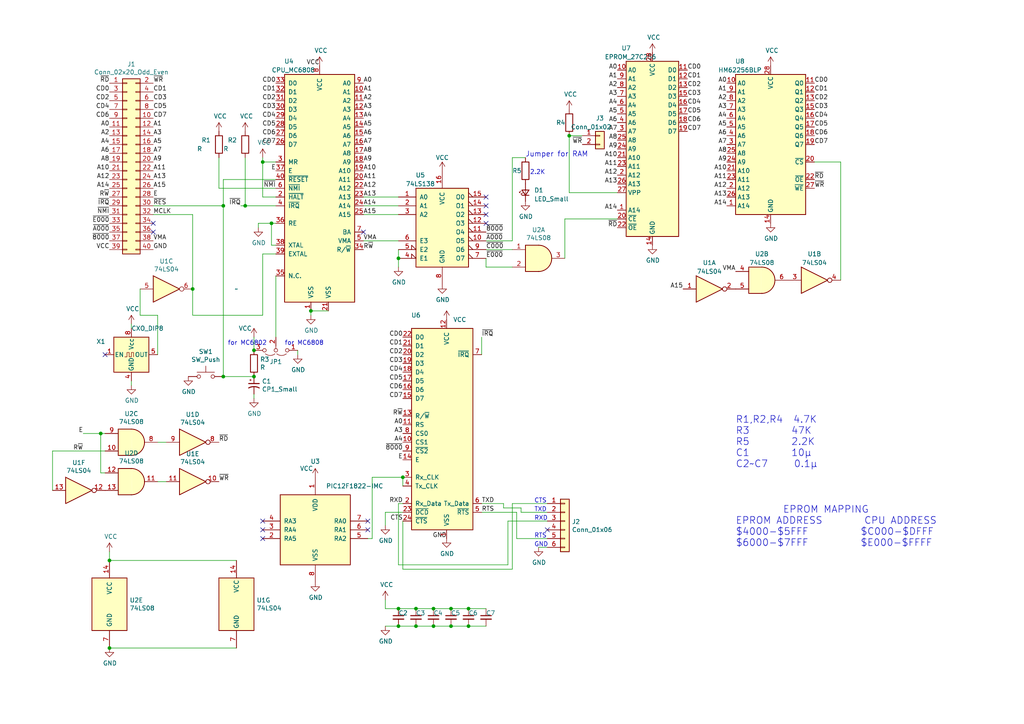
<source format=kicad_sch>
(kicad_sch (version 20230121) (generator eeschema)
  (paper "A4")
  (title_block (title "SBC6808 Rev5") (date "2023-05-21") (rev "REV5") (comment 1 "SBC6808 Rev5"))
  (lib_symbols
    (symbol "74xx:74LS04"
      (property "Reference" "U" (at 0 1.27 0))
      (property "Value" "74LS04" (at 0 -1.27 0))
      (symbol "74LS04_1_0"
        (pin input line (at -7.62 0 0) (length 3.81) (name "~") (number "1"))
        (pin output inverted (at 7.62 0 180) (length 3.81) (name "~") (number "2"))
      )
      (symbol "74LS04_2_0"
        (pin input line (at -7.62 0 0) (length 3.81) (name "~") (number "3"))
        (pin output inverted (at 7.62 0 180) (length 3.81) (name "~") (number "4"))
      )
      (symbol "74LS04_3_0"
        (pin input line (at -7.62 0 0) (length 3.81) (name "~") (number "5"))
        (pin output inverted (at 7.62 0 180) (length 3.81) (name "~") (number "6"))
      )
      (symbol "74LS04_4_0"
        (pin output inverted (at 7.62 0 180) (length 3.81) (name "~") (number "8"))
        (pin input line (at -7.62 0 0) (length 3.81) (name "~") (number "9"))
      )
      (symbol "74LS04_5_0"
        (pin output inverted (at 7.62 0 180) (length 3.81) (name "~") (number "10"))
        (pin input line (at -7.62 0 0) (length 3.81) (name "~") (number "11"))
      )
      (symbol "74LS04_6_0"
        (pin output inverted (at 7.62 0 180) (length 3.81) (name "~") (number "12"))
        (pin input line (at -7.62 0 0) (length 3.81) (name "~") (number "13"))
      )
      (symbol "74LS04_7_0"
        (pin power_in line (at 0 12.7 270) (length 5.08) (name "VCC") (number "14"))
        (pin power_in line (at 0 -12.7 90) (length 5.08) (name "GND") (number "7"))
      )
    )
    (symbol "74xx:74LS08" (pin_names (offset 1.016))
      (property "Reference" "U" (at 0 1.27 0))
      (property "Value" "74LS08" (at 0 -1.27 0))
      (symbol "74LS08_1_1"
        (pin input line (at -7.62 2.54 0) (length 3.81) (name "~") (number "1"))
        (pin input line (at -7.62 -2.54 0) (length 3.81) (name "~") (number "2"))
        (pin output line (at 7.62 0 180) (length 3.81) (name "~") (number "3"))
      )
      (symbol "74LS08_1_2"
        (pin input inverted (at -7.62 2.54 0) (length 4.318) (name "~") (number "1"))
        (pin input inverted (at -7.62 -2.54 0) (length 4.318) (name "~") (number "2"))
        (pin output inverted (at 7.62 0 180) (length 3.81) (name "~") (number "3"))
      )
      (symbol "74LS08_2_1"
        (pin input line (at -7.62 2.54 0) (length 3.81) (name "~") (number "4"))
        (pin input line (at -7.62 -2.54 0) (length 3.81) (name "~") (number "5"))
        (pin output line (at 7.62 0 180) (length 3.81) (name "~") (number "6"))
      )
      (symbol "74LS08_2_2"
        (pin input inverted (at -7.62 2.54 0) (length 4.318) (name "~") (number "4"))
        (pin input inverted (at -7.62 -2.54 0) (length 4.318) (name "~") (number "5"))
        (pin output inverted (at 7.62 0 180) (length 3.81) (name "~") (number "6"))
      )
      (symbol "74LS08_3_1"
        (pin input line (at -7.62 -2.54 0) (length 3.81) (name "~") (number "10"))
        (pin output line (at 7.62 0 180) (length 3.81) (name "~") (number "8"))
        (pin input line (at -7.62 2.54 0) (length 3.81) (name "~") (number "9"))
      )
      (symbol "74LS08_3_2"
        (pin input inverted (at -7.62 -2.54 0) (length 4.318) (name "~") (number "10"))
        (pin output inverted (at 7.62 0 180) (length 3.81) (name "~") (number "8"))
        (pin input inverted (at -7.62 2.54 0) (length 4.318) (name "~") (number "9"))
      )
      (symbol "74LS08_4_1"
        (pin output line (at 7.62 0 180) (length 3.81) (name "~") (number "11"))
        (pin input line (at -7.62 2.54 0) (length 3.81) (name "~") (number "12"))
        (pin input line (at -7.62 -2.54 0) (length 3.81) (name "~") (number "13"))
      )
      (symbol "74LS08_4_2"
        (pin output inverted (at 7.62 0 180) (length 3.81) (name "~") (number "11"))
        (pin input inverted (at -7.62 2.54 0) (length 4.318) (name "~") (number "12"))
        (pin input inverted (at -7.62 -2.54 0) (length 4.318) (name "~") (number "13"))
      )
      (symbol "74LS08_5_0"
        (pin power_in line (at 0 12.7 270) (length 5.08) (name "VCC") (number "14"))
        (pin power_in line (at 0 -12.7 90) (length 5.08) (name "GND") (number "7"))
      )
    )
    (symbol "74xx:74LS138" (pin_names (offset 1.016))
      (property "Reference" "U" (at -7.62 11.43 0))
      (property "Value" "74LS138" (at -7.62 -13.97 0))
      (symbol "74LS138_1_0"
        (pin input line (at -12.7 7.62 0) (length 5.08) (name "A0") (number "1"))
        (pin output output_low (at 12.7 -5.08 180) (length 5.08) (name "O5") (number "10"))
        (pin output output_low (at 12.7 -2.54 180) (length 5.08) (name "O4") (number "11"))
        (pin output output_low (at 12.7 0 180) (length 5.08) (name "O3") (number "12"))
        (pin output output_low (at 12.7 2.54 180) (length 5.08) (name "O2") (number "13"))
        (pin output output_low (at 12.7 5.08 180) (length 5.08) (name "O1") (number "14"))
        (pin output output_low (at 12.7 7.62 180) (length 5.08) (name "O0") (number "15"))
        (pin power_in line (at 0 15.24 270) (length 5.08) (name "VCC") (number "16"))
        (pin input line (at -12.7 5.08 0) (length 5.08) (name "A1") (number "2"))
        (pin input line (at -12.7 2.54 0) (length 5.08) (name "A2") (number "3"))
        (pin input input_low (at -12.7 -10.16 0) (length 5.08) (name "E1") (number "4"))
        (pin input input_low (at -12.7 -7.62 0) (length 5.08) (name "E2") (number "5"))
        (pin input line (at -12.7 -5.08 0) (length 5.08) (name "E3") (number "6"))
        (pin output output_low (at 12.7 -10.16 180) (length 5.08) (name "O7") (number "7"))
        (pin power_in line (at 0 -17.78 90) (length 5.08) (name "GND") (number "8"))
        (pin output output_low (at 12.7 -7.62 180) (length 5.08) (name "O6") (number "9"))
      )
    )
    (symbol "Connector_Generic:Conn_01x02" (pin_names (offset 1.016) hide)
      (property "Reference" "J" (at 0 2.54 0))
      (property "Value" "Conn_01x02" (at 0 -5.08 0))
      (symbol "Conn_01x02_1_1"
        (pin passive line (at -5.08 0 0) (length 3.81) (name "Pin_1") (number "1"))
        (pin passive line (at -5.08 -2.54 0) (length 3.81) (name "Pin_2") (number "2"))
      )
    )
    (symbol "Connector_Generic:Conn_01x06" (pin_names (offset 1.016) hide)
      (property "Reference" "J" (at 0 7.62 0))
      (property "Value" "Conn_01x06" (at 0 -10.16 0))
      (symbol "Conn_01x06_1_1"
        (pin passive line (at -5.08 5.08 0) (length 3.81) (name "Pin_1") (number "1"))
        (pin passive line (at -5.08 2.54 0) (length 3.81) (name "Pin_2") (number "2"))
        (pin passive line (at -5.08 0 0) (length 3.81) (name "Pin_3") (number "3"))
        (pin passive line (at -5.08 -2.54 0) (length 3.81) (name "Pin_4") (number "4"))
        (pin passive line (at -5.08 -5.08 0) (length 3.81) (name "Pin_5") (number "5"))
        (pin passive line (at -5.08 -7.62 0) (length 3.81) (name "Pin_6") (number "6"))
      )
    )
    (symbol "Connector_Generic:Conn_02x20_Odd_Even" (pin_names (offset 1.016) hide)
      (property "Reference" "J" (at 1.27 25.4 0))
      (property "Value" "Conn_02x20_Odd_Even" (at 1.27 -27.94 0))
      (symbol "Conn_02x20_Odd_Even_1_1"
        (pin passive line (at -5.08 22.86 0) (length 3.81) (name "Pin_1") (number "1"))
        (pin passive line (at 7.62 12.7 180) (length 3.81) (name "Pin_10") (number "10"))
        (pin passive line (at -5.08 10.16 0) (length 3.81) (name "Pin_11") (number "11"))
        (pin passive line (at 7.62 10.16 180) (length 3.81) (name "Pin_12") (number "12"))
        (pin passive line (at -5.08 7.62 0) (length 3.81) (name "Pin_13") (number "13"))
        (pin passive line (at 7.62 7.62 180) (length 3.81) (name "Pin_14") (number "14"))
        (pin passive line (at -5.08 5.08 0) (length 3.81) (name "Pin_15") (number "15"))
        (pin passive line (at 7.62 5.08 180) (length 3.81) (name "Pin_16") (number "16"))
        (pin passive line (at -5.08 2.54 0) (length 3.81) (name "Pin_17") (number "17"))
        (pin passive line (at 7.62 2.54 180) (length 3.81) (name "Pin_18") (number "18"))
        (pin passive line (at -5.08 0 0) (length 3.81) (name "Pin_19") (number "19"))
        (pin passive line (at 7.62 22.86 180) (length 3.81) (name "Pin_2") (number "2"))
        (pin passive line (at 7.62 0 180) (length 3.81) (name "Pin_20") (number "20"))
        (pin passive line (at -5.08 -2.54 0) (length 3.81) (name "Pin_21") (number "21"))
        (pin passive line (at 7.62 -2.54 180) (length 3.81) (name "Pin_22") (number "22"))
        (pin passive line (at -5.08 -5.08 0) (length 3.81) (name "Pin_23") (number "23"))
        (pin passive line (at 7.62 -5.08 180) (length 3.81) (name "Pin_24") (number "24"))
        (pin passive line (at -5.08 -7.62 0) (length 3.81) (name "Pin_25") (number "25"))
        (pin passive line (at 7.62 -7.62 180) (length 3.81) (name "Pin_26") (number "26"))
        (pin passive line (at -5.08 -10.16 0) (length 3.81) (name "Pin_27") (number "27"))
        (pin passive line (at 7.62 -10.16 180) (length 3.81) (name "Pin_28") (number "28"))
        (pin passive line (at -5.08 -12.7 0) (length 3.81) (name "Pin_29") (number "29"))
        (pin passive line (at -5.08 20.32 0) (length 3.81) (name "Pin_3") (number "3"))
        (pin passive line (at 7.62 -12.7 180) (length 3.81) (name "Pin_30") (number "30"))
        (pin passive line (at -5.08 -15.24 0) (length 3.81) (name "Pin_31") (number "31"))
        (pin passive line (at 7.62 -15.24 180) (length 3.81) (name "Pin_32") (number "32"))
        (pin passive line (at -5.08 -17.78 0) (length 3.81) (name "Pin_33") (number "33"))
        (pin passive line (at 7.62 -17.78 180) (length 3.81) (name "Pin_34") (number "34"))
        (pin passive line (at -5.08 -20.32 0) (length 3.81) (name "Pin_35") (number "35"))
        (pin passive line (at 7.62 -20.32 180) (length 3.81) (name "Pin_36") (number "36"))
        (pin passive line (at -5.08 -22.86 0) (length 3.81) (name "Pin_37") (number "37"))
        (pin passive line (at 7.62 -22.86 180) (length 3.81) (name "Pin_38") (number "38"))
        (pin passive line (at -5.08 -25.4 0) (length 3.81) (name "Pin_39") (number "39"))
        (pin passive line (at 7.62 20.32 180) (length 3.81) (name "Pin_4") (number "4"))
        (pin passive line (at 7.62 -25.4 180) (length 3.81) (name "Pin_40") (number "40"))
        (pin passive line (at -5.08 17.78 0) (length 3.81) (name "Pin_5") (number "5"))
        (pin passive line (at 7.62 17.78 180) (length 3.81) (name "Pin_6") (number "6"))
        (pin passive line (at -5.08 15.24 0) (length 3.81) (name "Pin_7") (number "7"))
        (pin passive line (at 7.62 15.24 180) (length 3.81) (name "Pin_8") (number "8"))
        (pin passive line (at -5.08 12.7 0) (length 3.81) (name "Pin_9") (number "9"))
      )
    )
    (symbol "Device:LED_Small" (pin_numbers hide) (pin_names (offset 0.254) hide)
      (property "Reference" "D" (at -1.27 3.175 0))
      (property "Value" "LED_Small" (at -4.445 -2.54 0))
      (symbol "LED_Small_1_1"
        (pin passive line (at -2.54 0 0) (length 1.778) (name "K") (number "1"))
        (pin passive line (at 2.54 0 180) (length 1.778) (name "A") (number "2"))
      )
    )
    (symbol "Device:R" (pin_numbers hide) (pin_names (offset 0))
      (property "Reference" "R" (at 2.032 0 90))
      (property "Value" "R" (at 0 0 90))
      (symbol "R_1_1"
        (pin passive line (at 0 3.81 270) (length 1.27) (name "~") (number "1"))
        (pin passive line (at 0 -3.81 90) (length 1.27) (name "~") (number "2"))
      )
    )
    (symbol "MCU_Microchip_PIC12:PIC12F1822-IMC" (pin_names (offset 1.016))
      (property "Reference" "U" (at 1.27 13.97 0))
      (property "Value" "PIC12F1822-IMC" (at 1.27 11.43 0))
      (symbol "PIC12F1822-IMC_1_1"
        (pin power_in line (at 0 15.24 270) (length 5.08) (name "VDD") (number "1"))
        (pin bidirectional line (at 15.24 -2.54 180) (length 5.08) (name "RA5") (number "2"))
        (pin bidirectional line (at 15.24 0 180) (length 5.08) (name "RA4") (number "3"))
        (pin input line (at 15.24 2.54 180) (length 5.08) (name "RA3") (number "4"))
        (pin bidirectional line (at -15.24 -2.54 0) (length 5.08) (name "RA2") (number "5"))
        (pin bidirectional line (at -15.24 0 0) (length 5.08) (name "RA1") (number "6"))
        (pin bidirectional line (at -15.24 2.54 0) (length 5.08) (name "RA0") (number "7"))
        (pin power_in line (at 0 -15.24 90) (length 5.08) (name "VSS") (number "8"))
      )
    )
    (symbol "Memory_RAM:HM62256BLP"
      (property "Reference" "U" (at -10.16 20.955 0))
      (property "Value" "HM62256BLP" (at 2.54 20.955 0))
      (symbol "HM62256BLP_0_0"
        (pin power_in line (at 0 -22.86 90) (length 2.54) (name "GND") (number "14"))
        (pin power_in line (at 0 22.86 270) (length 2.54) (name "VCC") (number "28"))
      )
      (symbol "HM62256BLP_1_1"
        (pin input line (at -12.7 -17.78 0) (length 2.54) (name "A14") (number "1"))
        (pin input line (at -12.7 17.78 0) (length 2.54) (name "A0") (number "10"))
        (pin tri_state line (at 12.7 17.78 180) (length 2.54) (name "Q0") (number "11"))
        (pin tri_state line (at 12.7 15.24 180) (length 2.54) (name "Q1") (number "12"))
        (pin tri_state line (at 12.7 12.7 180) (length 2.54) (name "Q2") (number "13"))
        (pin tri_state line (at 12.7 10.16 180) (length 2.54) (name "Q3") (number "15"))
        (pin tri_state line (at 12.7 7.62 180) (length 2.54) (name "Q4") (number "16"))
        (pin tri_state line (at 12.7 5.08 180) (length 2.54) (name "Q5") (number "17"))
        (pin tri_state line (at 12.7 2.54 180) (length 2.54) (name "Q6") (number "18"))
        (pin tri_state line (at 12.7 0 180) (length 2.54) (name "Q7") (number "19"))
        (pin input line (at -12.7 -12.7 0) (length 2.54) (name "A12") (number "2"))
        (pin input line (at 12.7 -5.08 180) (length 2.54) (name "~{CS}") (number "20"))
        (pin input line (at -12.7 -7.62 0) (length 2.54) (name "A10") (number "21"))
        (pin input line (at 12.7 -10.16 180) (length 2.54) (name "~{OE}") (number "22"))
        (pin input line (at -12.7 -10.16 0) (length 2.54) (name "A11") (number "23"))
        (pin input line (at -12.7 -5.08 0) (length 2.54) (name "A9") (number "24"))
        (pin input line (at -12.7 -2.54 0) (length 2.54) (name "A8") (number "25"))
        (pin input line (at -12.7 -15.24 0) (length 2.54) (name "A13") (number "26"))
        (pin input line (at 12.7 -12.7 180) (length 2.54) (name "~{WE}") (number "27"))
        (pin input line (at -12.7 0 0) (length 2.54) (name "A7") (number "3"))
        (pin input line (at -12.7 2.54 0) (length 2.54) (name "A6") (number "4"))
        (pin input line (at -12.7 5.08 0) (length 2.54) (name "A5") (number "5"))
        (pin input line (at -12.7 7.62 0) (length 2.54) (name "A4") (number "6"))
        (pin input line (at -12.7 10.16 0) (length 2.54) (name "A3") (number "7"))
        (pin input line (at -12.7 12.7 0) (length 2.54) (name "A2") (number "8"))
        (pin input line (at -12.7 15.24 0) (length 2.54) (name "A1") (number "9"))
      )
    )
    (symbol "Oscillator:CXO_DIP8" (pin_names (offset 0.254))
      (property "Reference" "X" (at -5.08 6.35 0))
      (property "Value" "CXO_DIP8" (at 1.27 -6.35 0))
      (symbol "CXO_DIP8_1_1"
        (pin input line (at -7.62 0 0) (length 2.54) (name "EN") (number "1"))
        (pin power_in line (at 0 -7.62 90) (length 2.54) (name "GND") (number "4"))
        (pin output line (at 7.62 0 180) (length 2.54) (name "OUT") (number "5"))
        (pin power_in line (at 0 7.62 270) (length 2.54) (name "Vcc") (number "8"))
      )
    )
    (symbol "SBC6808_Rev5-rescue:27C256-Memory_EPROM"
      (property "Reference" "U" (at -7.62 26.67 0))
      (property "Value" "Memory_EPROM_27C256" (at 2.54 -26.67 0))
      (symbol "27C256-Memory_EPROM_1_1"
        (pin input line (at -10.16 -17.78 0) (length 2.54) (name "A14") (number "1"))
        (pin input line (at -10.16 22.86 0) (length 2.54) (name "A0") (number "10"))
        (pin tri_state line (at 10.16 22.86 180) (length 2.54) (name "D0") (number "11"))
        (pin tri_state line (at 10.16 20.32 180) (length 2.54) (name "D1") (number "12"))
        (pin tri_state line (at 10.16 17.78 180) (length 2.54) (name "D2") (number "13"))
        (pin power_in line (at 0 -27.94 90) (length 2.54) (name "GND") (number "14"))
        (pin tri_state line (at 10.16 15.24 180) (length 2.54) (name "D3") (number "15"))
        (pin tri_state line (at 10.16 12.7 180) (length 2.54) (name "D4") (number "16"))
        (pin tri_state line (at 10.16 10.16 180) (length 2.54) (name "D5") (number "17"))
        (pin tri_state line (at 10.16 7.62 180) (length 2.54) (name "D6") (number "18"))
        (pin tri_state line (at 10.16 5.08 180) (length 2.54) (name "D7") (number "19"))
        (pin input line (at -10.16 -7.62 0) (length 2.54) (name "A12") (number "2"))
        (pin input line (at -10.16 -20.32 0) (length 2.54) (name "~{CE}") (number "20"))
        (pin input line (at -10.16 -2.54 0) (length 2.54) (name "A10") (number "21"))
        (pin input line (at -10.16 -22.86 0) (length 2.54) (name "~{OE}") (number "22"))
        (pin input line (at -10.16 -5.08 0) (length 2.54) (name "A11") (number "23"))
        (pin input line (at -10.16 0 0) (length 2.54) (name "A9") (number "24"))
        (pin input line (at -10.16 2.54 0) (length 2.54) (name "A8") (number "25"))
        (pin input line (at -10.16 -10.16 0) (length 2.54) (name "A13") (number "26"))
        (pin input line (at -10.16 -12.7 0) (length 2.54) (name "VPP") (number "27"))
        (pin power_in line (at 0 27.94 270) (length 2.54) (name "VCC") (number "28"))
        (pin input line (at -10.16 5.08 0) (length 2.54) (name "A7") (number "3"))
        (pin input line (at -10.16 7.62 0) (length 2.54) (name "A6") (number "4"))
        (pin input line (at -10.16 10.16 0) (length 2.54) (name "A5") (number "5"))
        (pin input line (at -10.16 12.7 0) (length 2.54) (name "A4") (number "6"))
        (pin input line (at -10.16 15.24 0) (length 2.54) (name "A3") (number "7"))
        (pin input line (at -10.16 17.78 0) (length 2.54) (name "A2") (number "8"))
        (pin input line (at -10.16 20.32 0) (length 2.54) (name "A1") (number "9"))
      )
    )
    (symbol "SBC6808_Rev5-rescue:CP1_Small-Device" (pin_numbers hide) (pin_names (offset 0.254) hide)
      (property "Reference" "C" (at 0.254 1.778 0))
      (property "Value" "Device_CP1_Small" (at 0.254 -2.032 0))
      (symbol "CP1_Small-Device_1_1"
        (pin passive line (at 0 2.54 270) (length 2.032) (name "~") (number "1"))
        (pin passive line (at 0 -2.54 90) (length 2.032) (name "~") (number "2"))
      )
    )
    (symbol "SBC6808_Rev5-rescue:C_Small-My_Device" (pin_numbers hide) (pin_names (offset 0.254) hide)
      (property "Reference" "C" (at 0.254 1.778 0))
      (property "Value" "My_Device_C_Small" (at 0.254 -2.032 0))
      (symbol "C_Small-My_Device_1_1"
        (pin passive line (at 0 2.54 270) (length 2.032) (name "~") (number "1"))
        (pin passive line (at 0 -2.54 90) (length 2.032) (name "~") (number "2"))
      )
    )
    (symbol "SBC6808_Rev5-rescue:Jumper_3_Open-Jumper" (pin_names (offset 0) hide)
      (property "Reference" "JP" (at -2.54 -2.54 0))
      (property "Value" "Jumper_Jumper_3_Open" (at 0 2.794 0))
      (symbol "Jumper_3_Open-Jumper_1_1"
        (pin passive line (at -6.35 0 0) (length 2.54) (name "A") (number "1"))
        (pin input line (at 0 -3.81 90) (length 2.54) (name "C") (number "2"))
        (pin passive line (at 6.35 0 180) (length 2.54) (name "B") (number "3"))
      )
    )
    (symbol "SBC6808_Rev5-rescue:MC6808-CPU_NXP_6800" (pin_names (offset 1.016))
      (property "Reference" "U" (at -8.89 34.29 0))
      (property "Value" "CPU_NXP_6800_MC6808" (at 10.16 34.29 0))
      (symbol "MC6808-CPU_NXP_6800_1_1"
        (pin power_in line (at -2.54 -35.56 90) (length 2.54) (name "VSS") (number "1"))
        (pin output line (at 12.7 27.94 180) (length 2.54) (name "A1") (number "10"))
        (pin output line (at 12.7 25.4 180) (length 2.54) (name "A2") (number "11"))
        (pin output line (at 12.7 22.86 180) (length 2.54) (name "A3") (number "12"))
        (pin output line (at 12.7 20.32 180) (length 2.54) (name "A4") (number "13"))
        (pin output line (at 12.7 17.78 180) (length 2.54) (name "A5") (number "14"))
        (pin output line (at 12.7 15.24 180) (length 2.54) (name "A6") (number "15"))
        (pin output line (at 12.7 12.7 180) (length 2.54) (name "A7") (number "16"))
        (pin output line (at 12.7 10.16 180) (length 2.54) (name "A8") (number "17"))
        (pin output line (at 12.7 7.62 180) (length 2.54) (name "A9") (number "18"))
        (pin output line (at 12.7 5.08 180) (length 2.54) (name "A10") (number "19"))
        (pin input line (at -12.7 -2.54 0) (length 2.54) (name "~{HALT}") (number "2"))
        (pin output line (at 12.7 2.54 180) (length 2.54) (name "A11") (number "20"))
        (pin power_in line (at 2.54 -35.56 90) (length 2.54) (name "VSS") (number "21"))
        (pin output line (at 12.7 0 180) (length 2.54) (name "A12") (number "22"))
        (pin output line (at 12.7 -2.54 180) (length 2.54) (name "A13") (number "23"))
        (pin output line (at 12.7 -5.08 180) (length 2.54) (name "A14") (number "24"))
        (pin output line (at 12.7 -7.62 180) (length 2.54) (name "A15") (number "25"))
        (pin bidirectional line (at -12.7 12.7 0) (length 2.54) (name "D7") (number "26"))
        (pin bidirectional line (at -12.7 15.24 0) (length 2.54) (name "D6") (number "27"))
        (pin bidirectional line (at -12.7 17.78 0) (length 2.54) (name "D5") (number "28"))
        (pin bidirectional line (at -12.7 20.32 0) (length 2.54) (name "D4") (number "29"))
        (pin input line (at -12.7 7.62 0) (length 2.54) (name "MR") (number "3"))
        (pin bidirectional line (at -12.7 22.86 0) (length 2.54) (name "D3") (number "30"))
        (pin bidirectional line (at -12.7 25.4 0) (length 2.54) (name "D2") (number "31"))
        (pin bidirectional line (at -12.7 27.94 0) (length 2.54) (name "D1") (number "32"))
        (pin bidirectional line (at -12.7 30.48 0) (length 2.54) (name "D0") (number "33"))
        (pin output line (at 12.7 -17.78 180) (length 2.54) (name "R/~{W}") (number "34"))
        (pin input line (at -12.7 -25.4 0) (length 2.54) (name "N.C.") (number "35"))
        (pin input line (at -12.7 -10.16 0) (length 2.54) (name "RE") (number "36"))
        (pin input line (at -12.7 5.08 0) (length 2.54) (name "E") (number "37"))
        (pin input line (at -12.7 -16.51 0) (length 2.54) (name "XTAL") (number "38"))
        (pin input line (at -12.7 -19.05 0) (length 2.54) (name "EXTAL") (number "39"))
        (pin input line (at -12.7 -5.08 0) (length 2.54) (name "~{IRQ}") (number "4"))
        (pin input line (at -12.7 2.54 0) (length 2.54) (name "~{RESET}") (number "40"))
        (pin output line (at 12.7 -15.24 180) (length 2.54) (name "VMA") (number "5"))
        (pin input line (at -12.7 0 0) (length 2.54) (name "~{NMI}") (number "6"))
        (pin output line (at 12.7 -12.7 180) (length 2.54) (name "BA") (number "7"))
        (pin power_in line (at 0 35.56 270) (length 2.54) (name "VCC") (number "8"))
        (pin output line (at 12.7 30.48 180) (length 2.54) (name "A0") (number "9"))
      )
    )
    (symbol "SBC6808_Rev5-rescue:MC6850-Interface_UART-SBC6808-rescue-SBC6808_Rev1-rescue-SBC6808_Rev2-rescue-SBC6808_Rev3-rescue" (pin_names (offset 1.016))
      (property "Reference" "U" (at -7.366 31.75 0))
      (property "Value" "SBC6808_Rev3-rescue_MC6850-Interface_UART-SBC6808-rescue-SBC6808_Rev1-rescue-SBC6808_Rev2-rescue" (at 10.414 31.75 0))
      (symbol "MC6850-Interface_UART-SBC6808-rescue-SBC6808_Rev1-rescue-SBC6808_Rev2-rescue-SBC6808_Rev3-rescue_1_1"
        (pin power_in line (at 0 -30.48 90) (length 2.54) (name "VSS") (number "1"))
        (pin input line (at -12.7 -2.54 0) (length 2.54) (name "CS1") (number "10"))
        (pin input line (at -12.7 2.54 0) (length 2.54) (name "RS") (number "11"))
        (pin power_in line (at 0 33.02 270) (length 2.54) (name "VCC") (number "12"))
        (pin input line (at -12.7 5.08 0) (length 2.54) (name "R/~{W}") (number "13"))
        (pin input line (at -12.7 -7.62 0) (length 2.54) (name "E") (number "14"))
        (pin bidirectional line (at -12.7 10.16 0) (length 2.54) (name "D7") (number "15"))
        (pin bidirectional line (at -12.7 12.7 0) (length 2.54) (name "D6") (number "16"))
        (pin bidirectional line (at -12.7 15.24 0) (length 2.54) (name "D5") (number "17"))
        (pin bidirectional line (at -12.7 17.78 0) (length 2.54) (name "D4") (number "18"))
        (pin bidirectional line (at -12.7 20.32 0) (length 2.54) (name "D3") (number "19"))
        (pin input line (at -12.7 -20.32 0) (length 2.54) (name "Rx_Data") (number "2"))
        (pin bidirectional line (at -12.7 22.86 0) (length 2.54) (name "D2") (number "20"))
        (pin bidirectional line (at -12.7 25.4 0) (length 2.54) (name "D1") (number "21"))
        (pin bidirectional line (at -12.7 27.94 0) (length 2.54) (name "D0") (number "22"))
        (pin input line (at -12.7 -22.86 0) (length 2.54) (name "~{DCD}") (number "23"))
        (pin input line (at -12.7 -25.4 0) (length 2.54) (name "~{CTS}") (number "24"))
        (pin input line (at -12.7 -12.7 0) (length 2.54) (name "Rx_CLK") (number "3"))
        (pin input line (at -12.7 -15.24 0) (length 2.54) (name "Tx_CLK") (number "4"))
        (pin output line (at 10.16 -22.86 180) (length 2.54) (name "~{RTS}") (number "5"))
        (pin output line (at 10.16 -20.32 180) (length 2.54) (name "Tx_Data") (number "6"))
        (pin output line (at 10.16 22.86 180) (length 2.54) (name "~{IRQ}") (number "7"))
        (pin input line (at -12.7 0 0) (length 2.54) (name "CS0") (number "8"))
        (pin input line (at -12.7 -5.08 0) (length 2.54) (name "~{CS2}") (number "9"))
      )
    )
    (symbol "Switch:SW_Push" (pin_numbers hide) (pin_names (offset 1.016) hide)
      (property "Reference" "SW" (at 1.27 2.54 0))
      (property "Value" "SW_Push" (at 0 -1.524 0))
      (symbol "SW_Push_0_1"
        (pin passive line (at -5.08 0 0) (length 2.54) (name "1") (number "1"))
        (pin passive line (at 5.08 0 180) (length 2.54) (name "2") (number "2"))
      )
    )
    (symbol "power:GND" (power) (pin_names (offset 0))
      (property "Value" "GND" (at 0 -3.81 0))
      (symbol "GND_1_1"
        (pin power_in line (at 0 0 270) (length 0) hide (name "GND") (number "1"))
      )
    )
    (symbol "power:VCC" (power) (pin_names (offset 0))
      (property "Value" "VCC" (at 0 3.81 0))
      (symbol "VCC_1_1"
        (pin power_in line (at 0 0 90) (length 0) hide (name "VCC") (number "1"))
      )
    )
  )
  (junction (at 135.89 181.61))
  (junction (at 64.77 59.69))
  (junction (at 125.73 181.61))
  (junction (at 165.1 39.37))
  (junction (at 31.75 187.96))
  (junction (at 78.74 64.77))
  (junction (at 73.66 101.6))
  (junction (at 55.88 83.82))
  (junction (at 73.66 109.22))
  (junction (at 130.81 176.53))
  (junction (at 90.17 90.17))
  (junction (at 135.89 176.53))
  (junction (at 115.57 181.61))
  (junction (at 29.21 125.73))
  (junction (at 125.73 176.53))
  (junction (at 64.77 109.22))
  (junction (at 115.57 176.53))
  (junction (at 120.65 181.61))
  (junction (at 116.84 138.43))
  (junction (at 31.75 162.56))
  (junction (at 76.2 46.99))
  (junction (at 115.57 74.93))
  (junction (at 130.81 181.61))
  (junction (at 71.12 59.69))
  (junction (at 120.65 176.53))
  (no_connect (at 140.97 57.15))
  (no_connect (at 140.97 62.23))
  (no_connect (at 44.45 64.77))
  (no_connect (at 44.45 67.31))
  (no_connect (at 140.97 64.77))
  (no_connect (at 140.97 59.69))
  (no_connect (at 106.68 153.67))
  (no_connect (at 30.48 102.87))
  (no_connect (at 76.2 151.13))
  (no_connect (at 106.68 151.13))
  (no_connect (at 158.75 153.67))
  (no_connect (at 76.2 156.21))
  (no_connect (at 105.41 67.31))
  (no_connect (at 76.2 153.67))
  (wire (pts (xy 151.13 148.59) (xy 158.75 148.59)))
  (wire (pts (xy 80.01 54.61) (xy 63.5 54.61)))
  (wire (pts (xy 15.24 130.81) (xy 30.48 130.81)))
  (wire (pts (xy 163.83 63.5) (xy 179.07 63.5)))
  (wire (pts (xy 55.88 83.82) (xy 55.88 91.44)))
  (wire (pts (xy 31.75 162.56) (xy 68.58 162.56)))
  (wire (pts (xy 74.93 64.77) (xy 78.74 64.77)))
  (wire (pts (xy 64.77 109.22) (xy 73.66 109.22)))
  (wire (pts (xy 236.22 46.99) (xy 243.84 46.99)))
  (wire (pts (xy 140.97 176.53) (xy 135.89 176.53)))
  (wire (pts (xy 44.45 59.69) (xy 64.77 59.69)))
  (wire (pts (xy 146.05 147.32) (xy 151.13 147.32)))
  (wire (pts (xy 148.59 165.1) (xy 148.59 146.05)))
  (wire (pts (xy 111.76 148.59) (xy 111.76 152.4)))
  (wire (pts (xy 165.1 39.37) (xy 165.1 55.88)))
  (wire (pts (xy 135.89 176.53) (xy 130.81 176.53)))
  (wire (pts (xy 115.57 72.39) (xy 115.57 74.93)))
  (wire (pts (xy 80.01 52.07) (xy 64.77 52.07)))
  (wire (pts (xy 63.5 54.61) (xy 63.5 45.72)))
  (wire (pts (xy 31.75 160.02) (xy 31.75 162.56)))
  (wire (pts (xy 243.84 81.28) (xy 243.84 46.99)))
  (wire (pts (xy 105.41 69.85) (xy 115.57 69.85)))
  (wire (pts (xy 116.84 146.05) (xy 115.57 146.05)))
  (wire (pts (xy 80.01 57.15) (xy 76.2 57.15)))
  (wire (pts (xy 140.97 77.47) (xy 148.59 77.47)))
  (wire (pts (xy 29.21 125.73) (xy 29.21 137.16)))
  (wire (pts (xy 140.97 74.93) (xy 140.97 77.47)))
  (wire (pts (xy 148.59 69.85) (xy 148.59 45.72)))
  (wire (pts (xy 130.81 176.53) (xy 125.73 176.53)))
  (wire (pts (xy 120.65 176.53) (xy 115.57 176.53)))
  (wire (pts (xy 29.21 125.73) (xy 24.13 125.73)))
  (wire (pts (xy 30.48 125.73) (xy 29.21 125.73)))
  (wire (pts (xy 116.84 151.13) (xy 116.84 165.1)))
  (wire (pts (xy 107.95 138.43) (xy 107.95 156.21)))
  (wire (pts (xy 130.81 181.61) (xy 125.73 181.61)))
  (wire (pts (xy 90.17 91.44) (xy 90.17 90.17)))
  (wire (pts (xy 15.24 130.81) (xy 15.24 142.24)))
  (wire (pts (xy 105.41 62.23) (xy 115.57 62.23)))
  (wire (pts (xy 115.57 74.93) (xy 115.57 77.47)))
  (wire (pts (xy 73.66 114.3) (xy 73.66 115.57)))
  (wire (pts (xy 115.57 176.53) (xy 111.76 176.53)))
  (wire (pts (xy 149.86 156.21) (xy 158.75 156.21)))
  (wire (pts (xy 125.73 181.61) (xy 120.65 181.61)))
  (wire (pts (xy 165.1 39.37) (xy 168.91 39.37)))
  (wire (pts (xy 31.75 187.96) (xy 68.58 187.96)))
  (wire (pts (xy 45.72 91.44) (xy 45.72 102.87)))
  (wire (pts (xy 139.7 148.59) (xy 149.86 148.59)))
  (wire (pts (xy 147.32 151.13) (xy 158.75 151.13)))
  (wire (pts (xy 64.77 52.07) (xy 64.77 59.69)))
  (wire (pts (xy 120.65 181.61) (xy 115.57 181.61)))
  (wire (pts (xy 64.77 59.69) (xy 64.77 109.22)))
  (wire (pts (xy 80.01 97.79) (xy 80.01 80.01)))
  (wire (pts (xy 148.59 146.05) (xy 158.75 146.05)))
  (wire (pts (xy 95.25 90.17) (xy 90.17 90.17)))
  (wire (pts (xy 55.88 91.44) (xy 76.2 91.44)))
  (wire (pts (xy 80.01 71.12) (xy 78.74 71.12)))
  (wire (pts (xy 74.93 64.77) (xy 74.93 66.04)))
  (wire (pts (xy 45.72 139.7) (xy 48.26 139.7)))
  (wire (pts (xy 116.84 165.1) (xy 148.59 165.1)))
  (wire (pts (xy 76.2 46.99) (xy 80.01 46.99)))
  (wire (pts (xy 116.84 148.59) (xy 111.76 148.59)))
  (wire (pts (xy 76.2 73.66) (xy 76.2 91.44)))
  (wire (pts (xy 40.64 91.44) (xy 45.72 91.44)))
  (wire (pts (xy 139.7 102.87) (xy 139.7 97.79)))
  (wire (pts (xy 149.86 148.59) (xy 149.86 156.21)))
  (wire (pts (xy 125.73 176.53) (xy 120.65 176.53)))
  (wire (pts (xy 45.72 128.27) (xy 48.26 128.27)))
  (wire (pts (xy 80.01 59.69) (xy 71.12 59.69)))
  (wire (pts (xy 38.1 110.49) (xy 38.1 111.76)))
  (wire (pts (xy 29.21 137.16) (xy 30.48 137.16)))
  (wire (pts (xy 151.13 148.59) (xy 151.13 147.32)))
  (wire (pts (xy 147.32 163.83) (xy 147.32 151.13)))
  (wire (pts (xy 76.2 57.15) (xy 76.2 46.99)))
  (wire (pts (xy 116.84 138.43) (xy 116.84 140.97)))
  (wire (pts (xy 105.41 59.69) (xy 115.57 59.69)))
  (wire (pts (xy 163.83 63.5) (xy 163.83 74.93)))
  (wire (pts (xy 111.76 176.53) (xy 111.76 173.99)))
  (wire (pts (xy 105.41 57.15) (xy 115.57 57.15)))
  (wire (pts (xy 140.97 72.39) (xy 148.59 72.39)))
  (wire (pts (xy 71.12 59.69) (xy 71.12 45.72)))
  (wire (pts (xy 148.59 45.72) (xy 152.4 45.72)))
  (wire (pts (xy 76.2 46.99) (xy 76.2 45.72)))
  (wire (pts (xy 76.2 73.66) (xy 80.01 73.66)))
  (wire (pts (xy 86.36 101.6) (xy 86.36 102.87)))
  (wire (pts (xy 55.88 62.23) (xy 44.45 62.23)))
  (wire (pts (xy 165.1 55.88) (xy 179.07 55.88)))
  (wire (pts (xy 38.1 93.98) (xy 38.1 95.25)))
  (wire (pts (xy 115.57 146.05) (xy 115.57 163.83)))
  (wire (pts (xy 115.57 181.61) (xy 111.76 181.61)))
  (wire (pts (xy 78.74 71.12) (xy 78.74 64.77)))
  (wire (pts (xy 107.95 138.43) (xy 116.84 138.43)))
  (wire (pts (xy 107.95 156.21) (xy 106.68 156.21)))
  (wire (pts (xy 73.66 97.79) (xy 73.66 101.6)))
  (wire (pts (xy 158.75 158.75) (xy 156.21 158.75)))
  (wire (pts (xy 135.89 181.61) (xy 130.81 181.61)))
  (wire (pts (xy 69.85 59.69) (xy 71.12 59.69)))
  (wire (pts (xy 140.97 69.85) (xy 148.59 69.85)))
  (wire (pts (xy 78.74 64.77) (xy 80.01 64.77)))
  (wire (pts (xy 139.7 146.05) (xy 146.05 146.05)))
  (wire (pts (xy 146.05 146.05) (xy 146.05 147.32)))
  (wire (pts (xy 55.88 83.82) (xy 55.88 62.23)))
  (wire (pts (xy 140.97 181.61) (xy 135.89 181.61)))
  (wire (pts (xy 40.64 91.44) (xy 40.64 83.82)))
  (wire (pts (xy 115.57 163.83) (xy 147.32 163.83)))
  (text "GND" (at 154.94 158.75 0) (effects (font (size 1.27 1.27)) (justify left bottom)))
  (text "R1,R2,R4  4.7K\nR3        47K\nR5        2.2K\nC1        10μ\nC2~C7     0.1μ" (at 213.36 135.89 0) (effects (font (size 2 2)) (justify left bottom)))
  (text "for MC6802" (at 66.04 100.33 0) (effects (font (size 1.27 1.27)) (justify left bottom)))
  (text "for MC6808" (at 82.55 100.33 0) (effects (font (size 1.27 1.27)) (justify left bottom)))
  (text "CTS" (at 154.94 146.05 0) (effects (font (size 1.27 1.27)) (justify left bottom)))
  (text "RXD" (at 154.94 151.13 0) (effects (font (size 1.27 1.27)) (justify left bottom)))
  (text "TXD" (at 154.94 148.59 0) (effects (font (size 1.27 1.27)) (justify left bottom)))
  (text "Jumper for RAM" (at 152.4 45.72 0) (effects (font (size 1.5 1.5)) (justify left bottom)))
  (text "         EPROM MAPPING\nEPROM ADDRESS        CPU ADDRESS\n$4000-$5FFF          $C000-$DFFF\n$6000-$7FFF          $E000-$FFFF" (at 213.36 158.75 0) (effects (font (size 2 2)) (justify left bottom)))
  (text "2.2K" (at 153.67 50.8 0) (effects (font (size 1.27 1.27)) (justify left bottom)))
  (text "RTS" (at 154.94 156.21 0) (effects (font (size 1.27 1.27)) (justify left bottom)))
  (label "A12" (at 179.07 50.8 180))
  (label "CD6" (at 80.01 39.37 180))
  (label "A5" (at 105.41 36.83 0))
  (label "~{A000}" (at 31.75 67.31 180))
  (label "VMA" (at 105.41 69.85 0))
  (label "CD1" (at 236.22 26.67 0))
  (label "R~{W}" (at 105.41 72.39 0))
  (label "CD4" (at 199.39 30.48 0))
  (label "CD0" (at 80.01 24.13 180))
  (label "~{IRQ}" (at 69.85 59.69 180))
  (label "CD3" (at 44.45 29.21 0))
  (label "A9" (at 44.45 46.99 0))
  (label "A1" (at 44.45 36.83 0))
  (label "CD6" (at 31.75 34.29 180))
  (label "A7" (at 179.07 38.1 180))
  (label "CD2" (at 31.75 29.21 180))
  (label "CD4" (at 80.01 34.29 180))
  (label "A4" (at 210.82 34.29 180))
  (label "A1" (at 105.41 26.67 0))
  (label "A7" (at 210.82 41.91 180))
  (label "A1" (at 210.82 26.67 180))
  (label "A0" (at 31.75 36.83 180))
  (label "~{IRQ}" (at 31.75 59.69 180))
  (label "CD1" (at 116.84 100.33 180))
  (label "CTS" (at 116.84 151.13 180))
  (label "A4" (at 116.84 128.27 180))
  (label "RTS" (at 139.7 148.59 0))
  (label "~{E000}" (at 31.75 64.77 180))
  (label "CD0" (at 236.22 24.13 0))
  (label "RXD" (at 116.84 146.05 180))
  (label "E" (at 116.84 133.35 180))
  (label "A2" (at 31.75 39.37 180))
  (label "A6" (at 105.41 39.37 0))
  (label "A14" (at 210.82 59.69 180))
  (label "A6" (at 210.82 39.37 180))
  (label "A10" (at 105.41 49.53 0))
  (label "~{C000}" (at 140.97 72.39 0))
  (label "A6" (at 31.75 44.45 180))
  (label "A15" (at 44.45 54.61 0))
  (label "CD2" (at 199.39 25.4 0))
  (label "~{RD}" (at 236.22 52.07 0))
  (label "A13" (at 44.45 52.07 0))
  (label "A8" (at 105.41 44.45 0))
  (label "R~{W}" (at 24.13 130.81 180))
  (label "A12" (at 31.75 52.07 180))
  (label "A6" (at 179.07 35.56 180))
  (label "A13" (at 210.82 57.15 180))
  (label "A3" (at 44.45 39.37 0))
  (label "A12" (at 210.82 54.61 180))
  (label "CD2" (at 236.22 29.21 0))
  (label "CD7" (at 116.84 115.57 180))
  (label "~{WR}" (at 236.22 54.61 0))
  (label "CD3" (at 199.39 27.94 0))
  (label "CD2" (at 80.01 29.21 180))
  (label "GND" (at 44.45 72.39 0))
  (label "A11" (at 179.07 48.26 180))
  (label "CD5" (at 116.84 110.49 180))
  (label "~{NMI}" (at 31.75 62.23 180))
  (label "A9" (at 210.82 46.99 180))
  (label "A3" (at 179.07 27.94 180))
  (label "A10" (at 179.07 45.72 180))
  (label "CD7" (at 44.45 34.29 0))
  (label "CD0" (at 31.75 26.67 180))
  (label "A14" (at 31.75 54.61 180))
  (label "A7" (at 44.45 44.45 0))
  (label "R~{W}" (at 31.75 57.15 180))
  (label "VMA" (at 213.36 78.74 180))
  (label "A15" (at 198.12 83.82 180))
  (label "A1" (at 179.07 22.86 180))
  (label "~{RD}" (at 179.07 66.04 180))
  (label "CD2" (at 116.84 102.87 180))
  (label "A4" (at 31.75 41.91 180))
  (label "~{A000}" (at 140.97 69.85 0))
  (label "A9" (at 105.41 46.99 0))
  (label "~{8000}" (at 140.97 67.31 0))
  (label "CD4" (at 31.75 31.75 180))
  (label "CD4" (at 236.22 34.29 0))
  (label "TXD" (at 139.7 146.05 0))
  (label "A8" (at 210.82 44.45 180))
  (label "VCC" (at 31.75 72.39 180))
  (label "A0" (at 179.07 20.32 180))
  (label "A2" (at 105.41 29.21 0))
  (label "MCLK" (at 44.45 62.23 0))
  (label "CD0" (at 116.84 97.79 180))
  (label "A14" (at 179.07 60.96 180))
  (label "A9" (at 179.07 43.18 180))
  (label "A2" (at 179.07 25.4 180))
  (label "E" (at 44.45 57.15 0))
  (label "CD7" (at 236.22 41.91 0))
  (label "A2" (at 210.82 29.21 180))
  (label "~{8000}" (at 116.84 130.81 180))
  (label "A5" (at 210.82 36.83 180))
  (label "A15" (at 105.41 62.23 0))
  (label "CD6" (at 236.22 39.37 0))
  (label "A3" (at 116.84 125.73 180))
  (label "CD6" (at 199.39 35.56 0))
  (label "CD7" (at 199.39 38.1 0))
  (label "CD5" (at 199.39 33.02 0))
  (label "A13" (at 105.41 57.15 0))
  (label "CD1" (at 80.01 26.67 180))
  (label "CD5" (at 80.01 36.83 180))
  (label "CD5" (at 44.45 31.75 0))
  (label "~{WR}" (at 44.45 24.13 0))
  (label "A4" (at 179.07 30.48 180))
  (label "E" (at 80.01 49.53 180))
  (label "CD3" (at 236.22 31.75 0))
  (label "A10" (at 31.75 49.53 180))
  (label "A11" (at 210.82 52.07 180))
  (label "~{WR}" (at 63.5 139.7 0))
  (label "A13" (at 179.07 53.34 180))
  (label "~{E000}" (at 140.97 74.93 0))
  (label "CD7" (at 80.01 41.91 180))
  (label "~{WR}" (at 168.91 41.91 180))
  (label "A0" (at 105.41 24.13 0))
  (label "VCC" (at 92.71 19.05 180))
  (label "~{RD}" (at 63.5 128.27 0))
  (label "A8" (at 31.75 46.99 180))
  (label "A12" (at 105.41 54.61 0))
  (label "A7" (at 105.41 41.91 0))
  (label "A11" (at 105.41 52.07 0))
  (label "CD5" (at 236.22 36.83 0))
  (label "~{NMI}" (at 80.01 54.61 180))
  (label "CD1" (at 199.39 22.86 0))
  (label "~{RD}" (at 31.75 24.13 180))
  (label "CD6" (at 116.84 113.03 180))
  (label "CD3" (at 80.01 31.75 180))
  (label "A3" (at 105.41 31.75 0))
  (label "A10" (at 210.82 49.53 180))
  (label "A0" (at 116.84 123.19 180))
  (label "E" (at 24.13 125.73 180))
  (label "CD3" (at 116.84 105.41 180))
  (label "R~{W}" (at 116.84 120.65 180))
  (label "~{RES}" (at 44.45 59.69 0))
  (label "A14" (at 105.41 59.69 0))
  (label "GND" (at 129.54 156.21 180))
  (label "CD4" (at 116.84 107.95 180))
  (label "A5" (at 44.45 41.91 0))
  (label "A8" (at 179.07 40.64 180))
  (label "CD0" (at 199.39 20.32 0))
  (label "A3" (at 210.82 31.75 180))
  (label "A4" (at 105.41 34.29 0))
  (label "~{8000}" (at 31.75 69.85 180))
  (label "CD1" (at 44.45 26.67 0))
  (label "VMA" (at 44.45 69.85 0))
  (label "~{IRQ}" (at 139.7 97.79 0))
  (label "A11" (at 44.45 49.53 0))
  (label "A5" (at 179.07 33.02 180))
  (label "A0" (at 210.82 24.13 180))
  (symbol (lib_id "Device:R") (at 71.12 41.91 0) (unit 1)
    (property "Reference" "R2" (at 66.04 40.64 0) (effects (justify left)))
    (property "Value" "R" (at 64.77 43.18 0) (effects (justify left)))
    (property "Footprint" "Resistor_THT:R_Axial_DIN0204_L3.6mm_D1.6mm_P5.08mm_Horizontal" (effects hide))
  )
  (symbol (lib_id "Connector_Generic:Conn_02x20_Odd_Even") (at 36.83 46.99 0) (unit 1)
    (property "Reference" "J1" (at 38.1 18.6182 0))
    (property "Value" "Conn_02x20_Odd_Even" (at 38.1 20.9296 0))
    (property "Footprint" "Connector_IDC:IDC-Header_2x20_P2.54mm_Horizontal" (effects hide))
  )
  (symbol (lib_id "power:VCC") (at 71.12 38.1 0) (unit 1)
    (property "Reference" "#PWR07" (effects hide))
    (property "Value" "VCC" (at 71.501 33.7058 0))
    (property "Sim.Enable" "0" (effects hide))
  )
  (symbol (lib_id "74xx:74LS04") (at 48.26 83.82 0) (unit 3)
    (property "Reference" "U1" (at 48.26 75.7682 0))
    (property "Value" "74LS04" (at 48.26 78.0796 0))
    (property "Footprint" "Package_DIP:DIP-14_W7.62mm_Socket" (effects hide))
    (property "Datasheet" "http://www.ti.com/lit/gpn/sn74LS04" (effects hide))
    (property "Sim.Enable" "0" (effects hide))
  )
  (symbol (lib_id "power:GND") (at 111.76 152.4 0) (unit 1)
    (property "Reference" "#PWR017" (effects hide))
    (property "Value" "GND" (at 111.887 156.7942 0))
  )
  (symbol (lib_id "power:GND") (at 129.54 156.21 0) (unit 1)
    (property "Reference" "#PWR024" (effects hide))
    (property "Value" "GND" (at 129.667 160.6042 0))
  )
  (symbol (lib_id "74xx:74LS08") (at 38.1 128.27 0) (unit 3)
    (property "Reference" "U2" (at 38.1 120.015 0))
    (property "Value" "74LS08" (at 38.1 122.3264 0))
    (property "Footprint" "Package_DIP:DIP-14_W7.62mm_Socket" (effects hide))
    (property "Datasheet" "http://www.ti.com/lit/gpn/sn74LS08" (effects hide))
    (property "Sim.Enable" "0" (effects hide))
  )
  (symbol (lib_id "74xx:74LS08") (at 38.1 139.7 0) (unit 4)
    (property "Reference" "U2" (at 38.1 131.445 0))
    (property "Value" "74LS08" (at 38.1 133.7564 0))
    (property "Footprint" "Package_DIP:DIP-14_W7.62mm_Socket" (effects hide))
    (property "Datasheet" "http://www.ti.com/lit/gpn/sn74LS08" (effects hide))
    (property "Sim.Enable" "0" (effects hide))
  )
  (symbol (lib_id "74xx:74LS138") (at 128.27 64.77 0) (unit 1)
    (property "Reference" "U5" (at 121.92 50.8 0))
    (property "Value" "74LS138" (at 121.92 53.34 0))
    (property "Footprint" "Package_DIP:DIP-16_W7.62mm_Socket" (effects hide))
    (property "Datasheet" "http://www.ti.com/lit/gpn/sn74LS138" (effects hide))
  )
  (symbol (lib_id "74xx:74LS08") (at 31.75 175.26 0) (unit 5)
    (property "Reference" "U2" (at 37.592 174.0916 0) (effects (justify left)))
    (property "Value" "74LS08" (at 37.592 176.403 0) (effects (justify left)))
    (property "Footprint" "Package_DIP:DIP-14_W7.62mm_Socket" (effects hide))
    (property "Datasheet" "http://www.ti.com/lit/gpn/sn74LS08" (effects hide))
    (property "Sim.Enable" "0" (effects hide))
  )
  (symbol (lib_id "74xx:74LS04") (at 55.88 128.27 0) (unit 4)
    (property "Reference" "U1" (at 55.88 120.2182 0))
    (property "Value" "74LS04" (at 55.88 122.5296 0))
    (property "Footprint" "Package_DIP:DIP-14_W7.62mm_Socket" (effects hide))
    (property "Datasheet" "http://www.ti.com/lit/gpn/sn74LS04" (effects hide))
    (property "Sim.Enable" "0" (effects hide))
  )
  (symbol (lib_id "74xx:74LS04") (at 68.58 175.26 0) (unit 7)
    (property "Reference" "U1" (at 74.422 174.0916 0) (effects (justify left)))
    (property "Value" "74LS04" (at 74.422 176.403 0) (effects (justify left)))
    (property "Footprint" "Package_DIP:DIP-14_W7.62mm_Socket" (effects hide))
    (property "Datasheet" "http://www.ti.com/lit/gpn/sn74LS04" (effects hide))
    (property "Sim.Enable" "0" (effects hide))
  )
  (symbol (lib_id "74xx:74LS08") (at 156.21 74.93 0) (unit 1)
    (property "Reference" "U2" (at 156.21 66.675 0))
    (property "Value" "74LS08" (at 156.21 68.9864 0))
    (property "Footprint" "Package_DIP:DIP-14_W7.62mm_Socket" (effects hide))
    (property "Datasheet" "http://www.ti.com/lit/gpn/sn74LS08" (effects hide))
    (property "Sim.Enable" "0" (effects hide))
  )
  (symbol (lib_id "74xx:74LS04") (at 55.88 139.7 0) (unit 5)
    (property "Reference" "U1" (at 55.88 131.6482 0))
    (property "Value" "74LS04" (at 55.88 133.9596 0))
    (property "Footprint" "Package_DIP:DIP-14_W7.62mm_Socket" (effects hide))
    (property "Datasheet" "http://www.ti.com/lit/gpn/sn74LS04" (effects hide))
    (property "Sim.Enable" "0" (effects hide))
  )
  (symbol (lib_id "74xx:74LS04") (at 22.86 142.24 0) (unit 6)
    (property "Reference" "U1" (at 22.86 134.1882 0))
    (property "Value" "74LS04" (at 22.86 136.4996 0))
    (property "Footprint" "Package_DIP:DIP-14_W7.62mm_Socket" (effects hide))
    (property "Datasheet" "http://www.ti.com/lit/gpn/sn74LS04" (effects hide))
    (property "Sim.Enable" "0" (effects hide))
  )
  (symbol (lib_id "SBC6808_Rev5-rescue:27C256-Memory_EPROM") (at 189.23 43.18 0) (unit 1)
    (property "Reference" "U7" (at 181.61 13.97 0))
    (property "Value" "EPROM_27C256" (at 182.88 16.51 0))
    (property "Footprint" "Package_DIP:DIP-28_W15.24mm" (effects hide))
    (property "Datasheet" "http://ww1.microchip.com/downloads/en/DeviceDoc/doc0014.pdf" (effects hide))
  )
  (symbol (lib_id "Memory_RAM:HM62256BLP") (at 223.52 41.91 0) (unit 1)
    (property "Reference" "U8" (at 214.63 17.78 0))
    (property "Value" "HM62256BLP" (at 214.63 20.32 0))
    (property "Footprint" "Package_DIP:DIP-28_W15.24mm" (effects hide))
    (property "Datasheet" "https://web.mit.edu/6.115/www/document/62256.pdf" (effects hide))
  )
  (symbol (lib_id "SBC6808_Rev5-rescue:MC6850-Interface_UART-SBC6808-rescue-SBC6808_Rev1-rescue-SBC6808_Rev2-rescue-SBC6808_Rev3-rescue") (at 129.54 125.73 0) (unit 1)
    (property "Reference" "U6" (at 120.65 91.44 0))
    (property "Value" "SBC6808_Rev3-rescue_MC6850-Interface_UART-SBC6808-rescue-SBC6808_Rev1-rescue-SBC6808_Rev2-rescue" (effects hide))
    (property "Footprint" "Package_DIP:DIP-24_W15.24mm_Socket" (effects hide))
    (property "Datasheet" "http://pdf.datasheetcatalog.com/datasheet/motorola/MC6850.pdf" (effects hide))
  )
  (symbol (lib_id "Connector_Generic:Conn_01x06") (at 163.83 151.13 0) (unit 1)
    (property "Reference" "J2" (at 165.862 151.3332 0) (effects (justify left)))
    (property "Value" "Conn_01x06" (at 165.862 153.6446 0) (effects (justify left)))
    (property "Footprint" "Connector_PinHeader_2.54mm:PinHeader_1x06_P2.54mm_Horizontal" (effects hide))
  )
  (symbol (lib_id "power:GND") (at 156.21 158.75 0) (unit 1)
    (property "Reference" "#PWR025" (effects hide))
    (property "Value" "GND" (at 156.337 163.1442 0))
  )
  (symbol (lib_id "Device:R") (at 73.66 105.41 0) (unit 1)
    (property "Reference" "R3" (at 75.438 104.2416 0) (effects (justify left)))
    (property "Value" "R" (at 75.438 106.553 0) (effects (justify left)))
    (property "Footprint" "Resistor_THT:R_Axial_DIN0204_L3.6mm_D1.6mm_P5.08mm_Horizontal" (effects hide))
  )
  (symbol (lib_id "power:GND") (at 73.66 115.57 0) (unit 1)
    (property "Reference" "#PWR09" (effects hide))
    (property "Value" "GND" (at 73.787 119.9642 0))
  )
  (symbol (lib_id "SBC6808_Rev5-rescue:MC6808-CPU_NXP_6800") (at 92.71 54.61 0) (unit 1)
    (property "Reference" "U4" (at 83.82 17.78 0))
    (property "Value" "CPU_MC6808" (at 85.09 20.32 0))
    (property "Footprint" "Package_DIP:DIP-40_W15.24mm" (effects hide))
    (property "Datasheet" "http://pdf.datasheetcatalog.com/datasheet/motorola/MC68A00L.pdf" (effects hide))
  )
  (symbol (lib_id "power:GND") (at 74.93 66.04 0) (unit 1)
    (property "Reference" "#PWR010" (effects hide))
    (property "Value" "GND" (at 75.057 70.4342 0))
  )
  (symbol (lib_id "power:GND") (at 90.17 91.44 0) (unit 1)
    (property "Reference" "#PWR013" (effects hide))
    (property "Value" "GND" (at 90.297 95.8342 0))
  )
  (symbol (lib_id "power:GND") (at 115.57 77.47 0) (unit 1)
    (property "Reference" "#PWR020" (effects hide))
    (property "Value" "GND" (at 115.697 81.8642 0))
  )
  (symbol (lib_id "power:GND") (at 128.27 82.55 0) (unit 1)
    (property "Reference" "#PWR022" (effects hide))
    (property "Value" "GND" (at 128.397 86.9442 0))
  )
  (symbol (lib_id "power:GND") (at 31.75 187.96 0) (unit 1)
    (property "Reference" "#PWR02" (effects hide))
    (property "Value" "GND" (at 31.877 192.3542 0))
  )
  (symbol (lib_id "power:GND") (at 189.23 71.12 0) (unit 1)
    (property "Reference" "#PWR028" (effects hide))
    (property "Value" "GND" (at 189.357 75.5142 0))
  )
  (symbol (lib_id "power:GND") (at 223.52 64.77 0) (unit 1)
    (property "Reference" "#PWR030" (effects hide))
    (property "Value" "GND" (at 223.647 69.1642 0))
  )
  (symbol (lib_id "power:VCC") (at 76.2 45.72 0) (unit 1)
    (property "Reference" "#PWR011" (effects hide))
    (property "Value" "VCC" (at 76.581 41.3258 0))
    (property "Sim.Enable" "0" (effects hide))
  )
  (symbol (lib_id "power:VCC") (at 92.71 19.05 0) (unit 1)
    (property "Reference" "#PWR016" (effects hide))
    (property "Value" "VCC" (at 93.091 14.6558 0))
    (property "Sim.Enable" "0" (effects hide))
  )
  (symbol (lib_id "power:VCC") (at 128.27 49.53 0) (unit 1)
    (property "Reference" "#PWR021" (effects hide))
    (property "Value" "VCC" (at 128.27 45.72 0))
    (property "Sim.Enable" "0" (effects hide))
  )
  (symbol (lib_id "power:VCC") (at 189.23 15.24 0) (unit 1)
    (property "Reference" "#PWR027" (effects hide))
    (property "Value" "VCC" (at 189.611 10.8458 0))
    (property "Sim.Enable" "0" (effects hide))
  )
  (symbol (lib_id "power:VCC") (at 223.52 19.05 0) (unit 1)
    (property "Reference" "#PWR029" (effects hide))
    (property "Value" "VCC" (at 223.901 14.6558 0))
    (property "Sim.Enable" "0" (effects hide))
  )
  (symbol (lib_id "power:VCC") (at 129.54 92.71 0) (unit 1)
    (property "Reference" "#PWR023" (effects hide))
    (property "Value" "VCC" (at 133.35 92.71 0))
    (property "Sim.Enable" "0" (effects hide))
  )
  (symbol (lib_id "power:VCC") (at 31.75 160.02 0) (unit 1)
    (property "Reference" "#PWR01" (effects hide))
    (property "Value" "VCC" (at 32.131 155.6258 0))
    (property "Sim.Enable" "0" (effects hide))
  )
  (symbol (lib_id "SBC6808_Rev5-rescue:C_Small-My_Device") (at 115.57 179.07 0) (unit 1)
    (property "Reference" "C2" (at 115.57 177.8 0) (effects (justify left)))
    (property "Value" "My_Device_C_Small" (effects hide))
    (property "Footprint" "Capacitor_THT:C_Disc_D4.3mm_W1.9mm_P5.00mm" (effects hide))
  )
  (symbol (lib_id "SBC6808_Rev5-rescue:C_Small-My_Device") (at 120.65 179.07 0) (unit 1)
    (property "Reference" "C3" (at 120.65 177.8 0) (effects (justify left)))
    (property "Value" "My_Device_C_Small" (effects hide))
    (property "Footprint" "Capacitor_THT:C_Disc_D4.3mm_W1.9mm_P5.00mm" (effects hide))
  )
  (symbol (lib_id "SBC6808_Rev5-rescue:C_Small-My_Device") (at 125.73 179.07 0) (unit 1)
    (property "Reference" "C4" (at 125.73 177.8 0) (effects (justify left)))
    (property "Value" "My_Device_C_Small" (effects hide))
    (property "Footprint" "Capacitor_THT:C_Disc_D4.3mm_W1.9mm_P5.00mm" (effects hide))
  )
  (symbol (lib_id "SBC6808_Rev5-rescue:C_Small-My_Device") (at 130.81 179.07 0) (unit 1)
    (property "Reference" "C5" (at 130.81 177.8 0) (effects (justify left)))
    (property "Value" "My_Device_C_Small" (effects hide))
    (property "Footprint" "Capacitor_THT:C_Disc_D4.3mm_W1.9mm_P5.00mm" (effects hide))
  )
  (symbol (lib_id "SBC6808_Rev5-rescue:C_Small-My_Device") (at 135.89 179.07 0) (unit 1)
    (property "Reference" "C6" (at 135.89 177.8 0) (effects (justify left)))
    (property "Value" "My_Device_C_Small" (effects hide))
    (property "Footprint" "Capacitor_THT:C_Disc_D4.3mm_W1.9mm_P5.00mm" (effects hide))
  )
  (symbol (lib_id "SBC6808_Rev5-rescue:C_Small-My_Device") (at 140.97 179.07 0) (unit 1)
    (property "Reference" "C7" (at 140.97 177.8 0) (effects (justify left)))
    (property "Value" "My_Device_C_Small" (effects hide))
    (property "Footprint" "Capacitor_THT:C_Disc_D4.3mm_W1.9mm_P5.00mm" (effects hide))
  )
  (symbol (lib_id "power:VCC") (at 111.76 173.99 0) (unit 1)
    (property "Reference" "#PWR018" (effects hide))
    (property "Value" "VCC" (at 112.141 169.5958 0))
    (property "Sim.Enable" "0" (effects hide))
  )
  (symbol (lib_id "Device:R") (at 63.5 41.91 0) (unit 1)
    (property "Reference" "R1" (at 58.42 40.64 0) (effects (justify left)))
    (property "Value" "R" (at 57.15 43.18 0) (effects (justify left)))
    (property "Footprint" "Resistor_THT:R_Axial_DIN0204_L3.6mm_D1.6mm_P5.08mm_Horizontal" (effects hide))
  )
  (symbol (lib_id "power:VCC") (at 63.5 38.1 0) (unit 1)
    (property "Reference" "#PWR06" (effects hide))
    (property "Value" "VCC" (at 63.881 33.7058 0))
    (property "Sim.Enable" "0" (effects hide))
  )
  (symbol (lib_id "power:GND") (at 91.44 168.91 0) (unit 1)
    (property "Reference" "#PWR015" (effects hide))
    (property "Value" "GND" (at 91.567 173.3042 0))
  )
  (symbol (lib_id "power:VCC") (at 165.1 31.75 0) (unit 1)
    (property "Reference" "#PWR026" (effects hide))
    (property "Value" "VCC" (at 165.481 27.3558 0))
    (property "Sim.Enable" "0" (effects hide))
  )
  (symbol (lib_id "Switch:SW_Push") (at 59.69 109.22 0) (unit 1)
    (property "Reference" "SW1" (at 59.69 101.981 0))
    (property "Value" "SW_Push" (at 59.69 104.2924 0))
    (property "Footprint" "Button_Switch_THT:SW_PUSH_6mm_H4.3mm" (effects hide))
  )
  (symbol (lib_id "power:GND") (at 54.61 109.22 0) (unit 1)
    (property "Reference" "#PWR05" (effects hide))
    (property "Value" "GND" (at 54.737 113.6142 0))
  )
  (symbol (lib_id "SBC6808_Rev5-rescue:CP1_Small-Device") (at 73.66 111.76 0) (unit 1)
    (property "Reference" "C1" (at 75.9714 110.5916 0) (effects (justify left)))
    (property "Value" "CP1_Small" (at 75.9714 112.903 0) (effects (justify left)))
    (property "Footprint" "Capacitor_THT:CP_Radial_D5.0mm_P2.50mm" (effects hide))
  )
  (symbol (lib_id "Oscillator:CXO_DIP8") (at 38.1 102.87 0) (unit 1)
    (property "Reference" "X1" (at 27.94 99.06 0) (effects (justify left)))
    (property "Value" "CXO_DIP8" (at 38.1 95.25 0) (effects (justify left)))
    (property "Footprint" "Oscillator:Oscillator_DIP-8" (effects hide))
    (property "Datasheet" "http://cdn-reichelt.de/documents/datenblatt/B400/OSZI.pdf" (effects hide))
  )
  (symbol (lib_id "power:GND") (at 38.1 111.76 0) (unit 1)
    (property "Reference" "#PWR04" (effects hide))
    (property "Value" "GND" (at 38.227 116.1542 0))
  )
  (symbol (lib_id "power:VCC") (at 38.1 93.98 0) (unit 1)
    (property "Reference" "#PWR03" (effects hide))
    (property "Value" "VCC" (at 38.481 89.5858 0))
    (property "Sim.Enable" "0" (effects hide))
  )
  (symbol (lib_id "SBC6808_Rev5-rescue:Jumper_3_Open-Jumper") (at 80.01 101.6 180) (unit 1)
    (property "Reference" "JP1" (at 80.01 104.9274 0))
    (property "Value" "~" (at 68.58 83.82 0))
    (property "Footprint" "Connector_PinHeader_2.54mm:PinHeader_1x03_P2.54mm_Vertical" (effects hide))
  )
  (symbol (lib_id "power:GND") (at 86.36 102.87 0) (unit 1)
    (property "Reference" "#PWR012" (effects hide))
    (property "Value" "GND" (at 86.487 107.2642 0))
  )
  (symbol (lib_id "MCU_Microchip_PIC12:PIC12F1822-IMC") (at 91.44 153.67 0) (mirror y) (unit 1)
    (property "Reference" "U3" (at 91.44 133.8326 0))
    (property "Value" "PIC12F1822-IMC" (at 102.87 140.97 0))
    (property "Footprint" "Package_DIP:DIP-8_W7.62mm" (effects hide))
    (property "Datasheet" "http://ww1.microchip.com/downloads/en/DeviceDoc/41413B.pdf" (effects hide))
  )
  (symbol (lib_id "power:VCC") (at 91.44 138.43 0) (unit 1)
    (property "Reference" "#PWR014" (effects hide))
    (property "Value" "VCC" (at 88.9 135.89 0))
    (property "Sim.Enable" "0" (effects hide))
  )
  (symbol (lib_id "power:GND") (at 111.76 181.61 0) (unit 1)
    (property "Reference" "#PWR019" (effects hide))
    (property "Value" "GND" (at 111.887 186.0042 0))
  )
  (symbol (lib_id "74xx:74LS04") (at 236.22 81.28 0) (unit 2)
    (property "Reference" "U1" (at 236.22 73.66 0))
    (property "Value" "74LS04" (at 236.22 76.2 0))
    (property "Datasheet" "http://www.ti.com/lit/gpn/sn74LS04" (effects hide))
    (property "Sim.Enable" "0" (effects hide))
  )
  (symbol (lib_id "74xx:74LS04") (at 205.74 83.82 0) (unit 1)
    (property "Reference" "U1" (at 205.74 76.2 0))
    (property "Value" "74LS04" (at 205.74 78.74 0))
    (property "Datasheet" "http://www.ti.com/lit/gpn/sn74LS04" (effects hide))
    (property "Sim.Enable" "0" (effects hide))
  )
  (symbol (lib_id "power:VCC") (at 73.66 97.79 0) (unit 1)
    (property "Reference" "#PWR08" (effects hide))
    (property "Value" "VCC" (at 71.12 95.25 0))
    (property "Sim.Enable" "0" (effects hide))
  )
  (symbol (lib_id "power:GND") (at 152.4 58.42 0) (unit 1)
    (property "Reference" "#PWR031" (effects hide))
    (property "Value" "GND" (at 152.527 62.8142 0))
  )
  (symbol (lib_id "Device:R") (at 152.4 49.53 0) (unit 1)
    (property "Reference" "R5" (at 148.59 49.53 0) (effects (justify left)))
    (property "Value" "R" (effects hide))
    (property "Footprint" "Resistor_THT:R_Axial_DIN0204_L3.6mm_D1.6mm_P5.08mm_Horizontal" (effects hide))
  )
  (symbol (lib_id "Device:LED_Small") (at 152.4 55.88 90) (unit 1)
    (property "Reference" "D1" (at 154.94 55.1815 90) (effects (justify right)))
    (property "Value" "LED_Small" (at 154.94 57.7215 90) (effects (justify right)))
    (property "Footprint" "LED_THT:LED_D3.0mm" (effects hide))
  )
  (symbol (lib_id "74xx:74LS08") (at 220.98 81.28 0) (unit 2)
    (property "Reference" "U2" (at 220.9717 73.66 0))
    (property "Value" "74LS08" (at 220.9717 76.2 0))
    (property "Footprint" "Package_DIP:DIP-14_W7.62mm_Socket" (effects hide))
    (property "Datasheet" "http://www.ti.com/lit/gpn/sn74LS08" (effects hide))
    (property "Sim.Enable" "0" (effects hide))
  )
  (symbol (lib_id "Connector_Generic:Conn_01x02") (at 173.99 39.37 0) (unit 1)
    (property "Reference" "J3" (at 173.99 34.29 0))
    (property "Value" "Conn_01x02" (at 171.45 36.83 0))
    (property "Footprint" "Connector_PinHeader_2.54mm:PinHeader_1x02_P2.54mm_Vertical" (effects hide))
  )
  (symbol (lib_id "Device:R") (at 165.1 35.56 0) (unit 1)
    (property "Reference" "R4" (at 161.29 35.56 0) (effects (justify left)))
    (property "Value" "R" (effects hide))
    (property "Footprint" "Resistor_THT:R_Axial_DIN0204_L3.6mm_D1.6mm_P5.08mm_Horizontal" (effects hide))
  )
)
</source>
